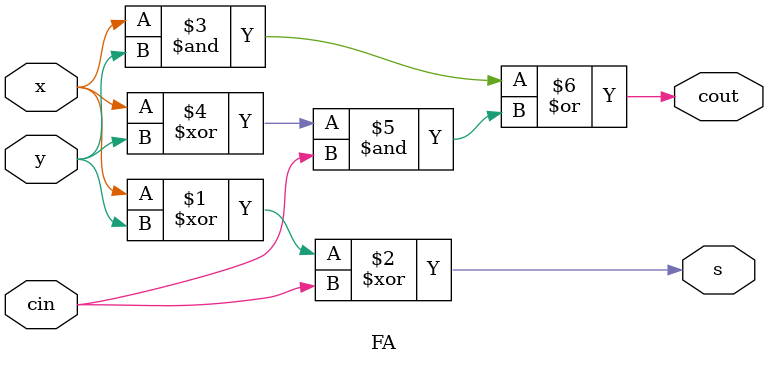
<source format=v>
module FA (
    input   wire     x,
    input   wire     y,
    input   wire     cin,

    output  wire     s,
    output  wire     cout
);

assign s = x ^ y ^ cin;
assign cout = x & y | (x ^ y) & cin;

endmodule
</source>
